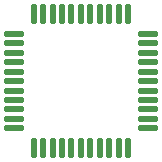
<source format=gtp>
G04 Layer_Color=7318015*
%FSLAX24Y24*%
%MOIN*%
G70*
G01*
G75*
%ADD10O,0.0217X0.0689*%
%ADD11O,0.0689X0.0217*%
D10*
X15748Y24272D02*
D03*
X16063D02*
D03*
X16378D02*
D03*
X16693D02*
D03*
X17008D02*
D03*
X17323D02*
D03*
X17638D02*
D03*
X17953D02*
D03*
X18268D02*
D03*
X18583D02*
D03*
X18898D02*
D03*
Y19823D02*
D03*
X18583D02*
D03*
X18268D02*
D03*
X17953D02*
D03*
X17638D02*
D03*
X17323D02*
D03*
X17008D02*
D03*
X16693D02*
D03*
X16378D02*
D03*
X16063D02*
D03*
X15748D02*
D03*
D11*
X19547Y23622D02*
D03*
Y23307D02*
D03*
Y22992D02*
D03*
Y22677D02*
D03*
Y22362D02*
D03*
Y22047D02*
D03*
Y21732D02*
D03*
Y21417D02*
D03*
Y21102D02*
D03*
Y20787D02*
D03*
Y20472D02*
D03*
X15098D02*
D03*
Y20787D02*
D03*
Y21102D02*
D03*
Y21417D02*
D03*
Y21732D02*
D03*
Y22047D02*
D03*
Y22362D02*
D03*
Y22677D02*
D03*
Y22992D02*
D03*
Y23307D02*
D03*
Y23622D02*
D03*
M02*

</source>
